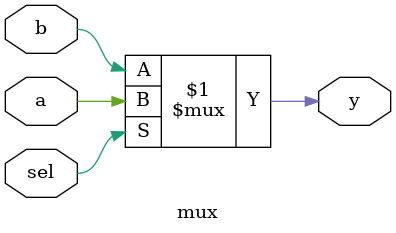
<source format=v>

module mux(input a, b ,sel , output y);
 assign y=sel ? a:b;
 
 initial begin
	 $dumpfile("mux.vcd");
	 $dumpvars;
 end
 endmodule

</source>
